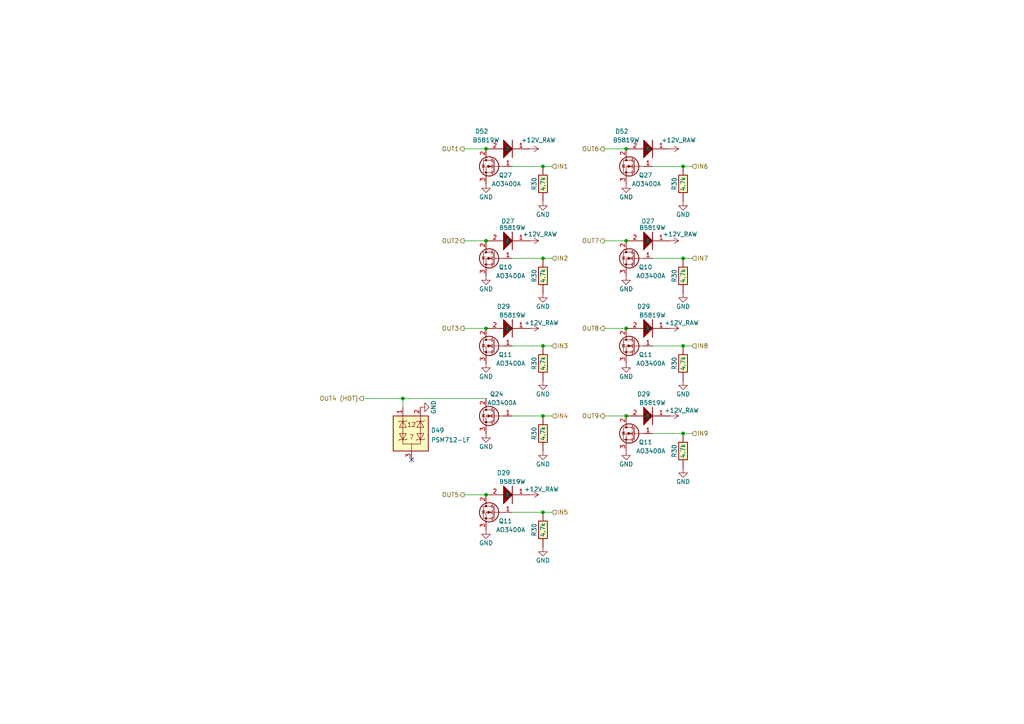
<source format=kicad_sch>
(kicad_sch (version 20230121) (generator eeschema)
  (paper "A4")
  (lib_symbols
    (symbol "hellen-one-common:+12V_RAW" (power) (pin_names (offset 0))
      (property "Value" "+12V_RAW" (at 0 3.556 0))
      (symbol "+12V_RAW_0_1"
        (polyline (pts (xy -0.762 1.27) (xy 0 2.54)))
        (polyline (pts (xy 0 0) (xy 0 2.54)))
        (polyline (pts (xy 0 2.54) (xy 0.762 1.27)))
      )
      (symbol "+12V_RAW_1_1"
        (pin power_in line (at 0 0 90) (length 0) hide (name "+12V_RAW") (number "1"))
      )
    )
    (symbol "hellen-one-common:1N4148WS"
      (property "Reference" "D" (at 0 2.54 0))
      (property "Value" "1N4148WS" (at 0 -3.81 0))
      (symbol "1N4148WS_1_0"
        (polyline (pts (xy 2.54 2.54) (xy 2.54 -2.54)) (stroke (width 0.254)))
        (polyline (pts (xy 0 -2.54) (xy 2.54 0) (xy 0 2.54) (xy 0 -2.54)) (stroke (width 0.254)) (fill (type outline)))
        (pin passive line (at 7.62 0 180) (length 5.08) (name "K") (number "1"))
        (pin passive line (at -5.08 0 0) (length 5.08) (name "A") (number "2"))
      )
    )
    (symbol "hellen-one-common:MOSFET-N" (pin_names hide)
      (property "Reference" "Q" (at 5.08 6.35 0))
      (property "Value" "MOSFET-N" (at 2.54 3.81 0))
      (symbol "MOSFET-N_0_1"
        (polyline (pts (xy 0.254 0) (xy -2.54 0)))
        (polyline (pts (xy 0.254 1.905) (xy 0.254 -1.905)) (stroke (width 0.254)))
        (polyline (pts (xy 0.762 -1.27) (xy 0.762 -2.286)) (stroke (width 0.254)))
        (polyline (pts (xy 0.762 0.508) (xy 0.762 -0.508)) (stroke (width 0.254)))
        (polyline (pts (xy 0.762 2.286) (xy 0.762 1.27)) (stroke (width 0.254)))
        (polyline (pts (xy 2.54 2.54) (xy 2.54 1.778)))
        (polyline (pts (xy 2.54 -2.54) (xy 2.54 0) (xy 0.762 0)))
        (polyline (pts (xy 0.762 -1.778) (xy 3.302 -1.778) (xy 3.302 1.778) (xy 0.762 1.778)))
        (polyline (pts (xy 1.016 0) (xy 2.032 0.381) (xy 2.032 -0.381) (xy 1.016 0)) (fill (type outline)))
        (polyline (pts (xy 2.794 0.508) (xy 2.921 0.381) (xy 3.683 0.381) (xy 3.81 0.254)))
        (polyline (pts (xy 3.302 0.381) (xy 2.921 -0.254) (xy 3.683 -0.254) (xy 3.302 0.381)))
        (circle (center 1.651 0) (radius 2.794) (stroke (width 0.254)))
        (circle (center 2.54 -1.778) (radius 0.254) (fill (type outline)))
        (circle (center 2.54 1.778) (radius 0.254) (fill (type outline)))
      )
      (symbol "MOSFET-N_1_1"
        (pin input line (at -5.08 0 0) (length 2.54) (name "G") (number "1"))
        (pin passive line (at 2.54 5.08 270) (length 2.54) (name "D") (number "2"))
        (pin passive line (at 2.54 -5.08 90) (length 2.54) (name "S") (number "3"))
      )
    )
    (symbol "hellen-one-common:PSM712"
      (property "Reference" "D?" (at 3.302 0.9085 0))
      (property "Value" "PSM712" (at 3.302 -1.8666 0))
      (symbol "PSM712_0_0"
        (text "12" (at -2.286 2.54 0) (effects (font (size 1.27 1.27))))
        (text "7" (at -2.286 -1.016 0) (effects (font (size 1.27 1.27))))
      )
      (symbol "PSM712_0_1"
        (rectangle (start -7.62 5.08) (end 2.54 -5.08) (stroke (width 0.254)) (fill (type background)))
        (polyline (pts (xy -4.826 5.08) (xy -4.826 -3.048) (xy -2.286 -3.048)) (stroke (width 0.1524)))
        (polyline (pts (xy -6.096 3.302) (xy -5.842 3.556) (xy -3.81 3.556) (xy -3.556 3.81)) (stroke (width 0.1524)))
        (polyline (pts (xy -4.826 -1.778) (xy -3.81 0) (xy -5.842 0) (xy -4.826 -1.778)) (stroke (width 0.1524)))
        (polyline (pts (xy -4.826 3.556) (xy -5.842 1.778) (xy -3.81 1.778) (xy -4.826 3.556)) (stroke (width 0.1524)))
        (polyline (pts (xy -3.556 -1.524) (xy -3.81 -1.778) (xy -5.842 -1.778) (xy -6.096 -2.032)) (stroke (width 0.1524)))
        (polyline (pts (xy -1.016 3.302) (xy -0.762 3.556) (xy 1.27 3.556) (xy 1.524 3.81)) (stroke (width 0.1524)))
        (polyline (pts (xy 0.254 -1.778) (xy 1.27 0) (xy -0.762 0) (xy 0.254 -1.778)) (stroke (width 0.1524)))
        (polyline (pts (xy 0.254 3.556) (xy -0.762 1.778) (xy 1.27 1.778) (xy 0.254 3.556)) (stroke (width 0.1524)))
        (polyline (pts (xy 0.254 5.08) (xy 0.254 -3.048) (xy -2.286 -3.048) (xy -2.286 -5.08)) (stroke (width 0.1524)))
        (polyline (pts (xy 1.524 -1.524) (xy 1.27 -1.778) (xy -0.762 -1.778) (xy -1.016 -2.032)) (stroke (width 0.1524)))
      )
      (symbol "PSM712_1_1"
        (pin passive line (at -4.826 7.62 270) (length 2.54) (name "") (number "1"))
        (pin passive line (at 0.254 7.62 270) (length 2.54) (name "") (number "2"))
        (pin passive line (at -2.286 -7.62 90) (length 2.54) (name "") (number "3"))
      )
    )
    (symbol "hellen-one-common:Res" (pin_numbers hide)
      (property "Reference" "R" (at 3.81 2.54 0))
      (property "Value" "Res" (at 5.08 -2.54 0))
      (symbol "Res_1_0"
        (rectangle (start 2.54 -1.27) (end 7.62 1.27) (stroke (width 0.254)) (fill (type background)))
        (pin passive line (at 0 0 0) (length 2.54) (name "") (number "1"))
        (pin passive line (at 10.16 0 180) (length 2.54) (name "") (number "2"))
      )
    )
    (symbol "power:GND" (power) (pin_names (offset 0))
      (property "Value" "GND" (at 0 -3.81 0))
      (symbol "GND_0_1"
        (polyline (pts (xy 0 0) (xy 0 -1.27) (xy 1.27 -1.27) (xy 0 -2.54) (xy -1.27 -1.27) (xy 0 -1.27)))
      )
      (symbol "GND_1_1"
        (pin power_in line (at 0 0 270) (length 0) hide (name "GND") (number "1"))
      )
    )
  )
  (junction (at 116.84 115.57))
  (junction (at 198.12 48.26))
  (junction (at 140.97 43.18))
  (junction (at 198.12 74.93))
  (junction (at 198.12 100.33))
  (junction (at 140.97 143.51))
  (junction (at 157.48 148.59))
  (junction (at 157.48 100.33))
  (junction (at 181.61 95.25))
  (junction (at 181.61 43.18))
  (junction (at 140.97 69.85))
  (junction (at 157.48 74.93))
  (junction (at 181.61 69.85))
  (junction (at 157.48 120.65))
  (junction (at 198.12 125.73))
  (junction (at 181.61 120.65))
  (junction (at 157.48 48.26))
  (junction (at 140.97 95.25))
  (no_connect (at 119.38 133.35))
  (wire (pts (xy 148.59 48.26) (xy 157.48 48.26)))
  (wire (pts (xy 157.48 74.93) (xy 160.02 74.93)))
  (wire (pts (xy 189.23 74.93) (xy 198.12 74.93)))
  (wire (pts (xy 198.12 125.73) (xy 200.66 125.73)))
  (wire (pts (xy 134.62 43.18) (xy 140.97 43.18)))
  (wire (pts (xy 134.62 69.85) (xy 140.97 69.85)))
  (wire (pts (xy 148.59 74.93) (xy 157.48 74.93)))
  (wire (pts (xy 198.12 74.93) (xy 200.66 74.93)))
  (wire (pts (xy 175.26 120.65) (xy 181.61 120.65)))
  (wire (pts (xy 175.26 95.25) (xy 181.61 95.25)))
  (wire (pts (xy 198.12 48.26) (xy 200.66 48.26)))
  (wire (pts (xy 157.48 120.65) (xy 160.02 120.65)))
  (wire (pts (xy 175.26 43.18) (xy 181.61 43.18)))
  (wire (pts (xy 134.62 143.51) (xy 140.97 143.51)))
  (wire (pts (xy 116.84 115.57) (xy 140.97 115.57)))
  (wire (pts (xy 157.48 148.59) (xy 160.02 148.59)))
  (wire (pts (xy 116.84 115.57) (xy 116.84 118.11)))
  (wire (pts (xy 175.26 69.85) (xy 181.61 69.85)))
  (wire (pts (xy 198.12 100.33) (xy 200.66 100.33)))
  (wire (pts (xy 189.23 100.33) (xy 198.12 100.33)))
  (wire (pts (xy 189.23 125.73) (xy 198.12 125.73)))
  (wire (pts (xy 105.41 115.57) (xy 116.84 115.57)))
  (wire (pts (xy 189.23 48.26) (xy 198.12 48.26)))
  (wire (pts (xy 134.62 95.25) (xy 140.97 95.25)))
  (wire (pts (xy 148.59 100.33) (xy 157.48 100.33)))
  (wire (pts (xy 148.59 148.59) (xy 157.48 148.59)))
  (wire (pts (xy 157.48 48.26) (xy 160.02 48.26)))
  (wire (pts (xy 157.48 100.33) (xy 160.02 100.33)))
  (wire (pts (xy 148.59 120.65) (xy 157.48 120.65)))
  (hierarchical_label "OUT1" (shape output) (at 134.62 43.18 180))
  (hierarchical_label "IN5" (shape input) (at 160.02 148.59 0))
  (hierarchical_label "IN3" (shape input) (at 160.02 100.33 0))
  (hierarchical_label "OUT5" (shape output) (at 134.62 143.51 180))
  (hierarchical_label "OUT4 (HOT)" (shape output) (at 105.41 115.57 180))
  (hierarchical_label "IN8" (shape input) (at 200.66 100.33 0))
  (hierarchical_label "OUT8" (shape output) (at 175.26 95.25 180))
  (hierarchical_label "IN9" (shape input) (at 200.66 125.73 0))
  (hierarchical_label "OUT3" (shape output) (at 134.62 95.25 180))
  (hierarchical_label "IN4" (shape input) (at 160.02 120.65 0))
  (hierarchical_label "OUT9" (shape output) (at 175.26 120.65 180))
  (hierarchical_label "IN1" (shape input) (at 160.02 48.26 0))
  (hierarchical_label "OUT6" (shape output) (at 175.26 43.18 180))
  (hierarchical_label "IN7" (shape input) (at 200.66 74.93 0))
  (hierarchical_label "IN6" (shape input) (at 200.66 48.26 0))
  (hierarchical_label "OUT2" (shape output) (at 134.62 69.85 180))
  (hierarchical_label "OUT7" (shape output) (at 175.26 69.85 180))
  (hierarchical_label "IN2" (shape input) (at 160.02 74.93 0))
  (symbol (lib_id "hellen-one-common:MOSFET-N") (at 184.15 74.93 0) (mirror y) (unit 1)
    (property "Reference" "Q10" (at 189.23 77.47 0) (effects (justify left)))
    (property "Value" "AO3400A" (at 193.04 80.01 0) (effects (justify left)))
    (property "Footprint" "hellen-one-common:SOT-23" (effects hide))
    (property "LCSC" " C20917" (effects hide))
    (instances (project "alphax_8ch" (path "" (reference "Q10") (unit 1)) (path "" (reference "Q24") (unit 1))) (project "hellen-112-17" (path "" (reference "Q11") (unit 1))))
  )
  (symbol (lib_id "hellen-one-common:1N4148WS") (at 186.69 95.25 0) (unit 1)
    (property "Reference" "D29" (at 186.69 88.9 0))
    (property "Value" "B5819W" (at 189.23 91.44 0))
    (property "Footprint" "hellen-one-common:SOD-123" (effects hide))
    (property "LCSC" "C8598" (effects hide))
    (instances (project "alphax_8ch" (path "" (reference "D29") (unit 1)) (path "" (reference "D92") (unit 1))) (project "hellen-112-17" (path "" (reference "D8") (unit 1))))
  )
  (symbol (lib_id "hellen-one-common:Res") (at 157.48 148.59 90) (mirror x) (unit 1)
    (property "Reference" "R30" (at 154.94 153.67 0))
    (property "Value" "4.7k" (at 157.48 153.67 0))
    (property "Footprint" "hellen-one-common:R0603" (effects hide))
    (property "LCSC" "C23162" (effects hide))
    (instances (project "alphax_8ch" (path "" (reference "R30") (unit 1)) (path "" (reference "R69") (unit 1))) (project "hellen-112-17" (path "" (reference "R37") (unit 1))))
  )
  (symbol (lib_id "power:GND") (at 198.12 110.49 0) (unit 1)
    (property "Reference" "#PWR035" (effects hide))
    (property "Value" "GND" (at 198.12 114.3 0))
    (instances (project "alphax_8ch" (path "" (reference "#PWR035") (unit 1)) (path "" (reference "#PWR0164") (unit 1))) (project "hellen-112-17" (path "" (reference "#PWR0193") (unit 1))))
  )
  (symbol (lib_id "hellen-one-common:+12V_RAW") (at 153.67 143.51 270) (mirror x) (unit 1)
    (property "Reference" "#PWR069" (effects hide))
    (property "Value" "+12V_RAW" (at 152.005 141.9091 90) (effects (justify left)))
    (instances (project "alphax_8ch" (path "" (reference "#PWR069") (unit 1)) (path "" (reference "#PWR0161") (unit 1))) (project "hellen-112-17" (path "" (reference "#PWR083") (unit 1))))
  )
  (symbol (lib_id "hellen-one-common:Res") (at 157.48 100.33 90) (mirror x) (unit 1)
    (property "Reference" "R30" (at 154.94 105.41 0))
    (property "Value" "4.7k" (at 157.48 105.41 0))
    (property "Footprint" "hellen-one-common:R0603" (effects hide))
    (property "LCSC" "C23162" (effects hide))
    (instances (project "alphax_8ch" (path "" (reference "R30") (unit 1)) (path "" (reference "R67") (unit 1))) (project "hellen-112-17" (path "" (reference "R35") (unit 1))))
  )
  (symbol (lib_id "power:GND") (at 198.12 58.42 0) (unit 1)
    (property "Reference" "#PWR035" (effects hide))
    (property "Value" "GND" (at 198.12 62.23 0))
    (instances (project "alphax_8ch" (path "" (reference "#PWR035") (unit 1)) (path "" (reference "#PWR0162") (unit 1))) (project "hellen-112-17" (path "" (reference "#PWR0196") (unit 1))))
  )
  (symbol (lib_id "power:GND") (at 121.92 118.11 90) (mirror x) (unit 1)
    (property "Reference" "#PWR0140" (effects hide))
    (property "Value" "GND" (at 125.73 118.11 0))
    (instances (project "alphax_8ch" (path "" (reference "#PWR0140") (unit 1)) (path "" (reference "#PWR0152") (unit 1))) (project "hellen-112-17" (path "" (reference "#PWR0183") (unit 1))))
  )
  (symbol (lib_id "hellen-one-common:1N4148WS") (at 146.05 69.85 0) (unit 1)
    (property "Reference" "D27" (at 147.32 64.135 0))
    (property "Value" "B5819W" (at 148.59 66.04 0))
    (property "Footprint" "hellen-one-common:SOD-123" (effects hide))
    (property "LCSC" "C8598" (effects hide))
    (instances (project "alphax_8ch" (path "" (reference "D27") (unit 1)) (path "" (reference "D91") (unit 1))) (project "hellen-112-17" (path "" (reference "D3") (unit 1))))
  )
  (symbol (lib_id "power:GND") (at 181.61 105.41 0) (mirror y) (unit 1)
    (property "Reference" "#PWR053" (effects hide))
    (property "Value" "GND" (at 181.61 109.22 0))
    (instances (project "alphax_8ch" (path "" (reference "#PWR053") (unit 1)) (path "" (reference "#PWR0155") (unit 1))) (project "hellen-112-17" (path "" (reference "#PWR0195") (unit 1))))
  )
  (symbol (lib_id "power:GND") (at 157.48 58.42 0) (unit 1)
    (property "Reference" "#PWR035" (effects hide))
    (property "Value" "GND" (at 157.48 62.23 0))
    (instances (project "alphax_8ch" (path "" (reference "#PWR035") (unit 1)) (path "" (reference "#PWR0162") (unit 1))) (project "hellen-112-17" (path "" (reference "#PWR0197") (unit 1))))
  )
  (symbol (lib_id "power:GND") (at 140.97 53.34 0) (mirror y) (unit 1)
    (property "Reference" "#PWR0122" (effects hide))
    (property "Value" "GND" (at 140.97 57.15 0))
    (instances (project "alphax_8ch" (path "" (reference "#PWR0122") (unit 1)) (path "" (reference "#PWR0153") (unit 1))) (project "hellen-112-17" (path "" (reference "#PWR0198") (unit 1))))
  )
  (symbol (lib_id "hellen-one-common:Res") (at 157.48 48.26 90) (mirror x) (unit 1)
    (property "Reference" "R30" (at 154.94 53.34 0))
    (property "Value" "4.7k" (at 157.48 53.34 0))
    (property "Footprint" "hellen-one-common:R0603" (effects hide))
    (property "LCSC" "C23162" (effects hide))
    (instances (project "alphax_8ch" (path "" (reference "R30") (unit 1)) (path "" (reference "R65") (unit 1))) (project "hellen-112-17" (path "" (reference "R33") (unit 1))))
  )
  (symbol (lib_id "hellen-one-common:Res") (at 157.48 74.93 90) (mirror x) (unit 1)
    (property "Reference" "R30" (at 154.94 80.01 0))
    (property "Value" "4.7k" (at 157.48 80.01 0))
    (property "Footprint" "hellen-one-common:R0603" (effects hide))
    (property "LCSC" "C23162" (effects hide))
    (instances (project "alphax_8ch" (path "" (reference "R30") (unit 1)) (path "" (reference "R66") (unit 1))) (project "hellen-112-17" (path "" (reference "R34") (unit 1))))
  )
  (symbol (lib_id "power:GND") (at 140.97 80.01 0) (mirror y) (unit 1)
    (property "Reference" "#PWR042" (effects hide))
    (property "Value" "GND" (at 140.97 83.82 0))
    (instances (project "alphax_8ch" (path "" (reference "#PWR042") (unit 1)) (path "" (reference "#PWR0154") (unit 1))) (project "hellen-112-17" (path "" (reference "#PWR0199") (unit 1))))
  )
  (symbol (lib_id "power:GND") (at 198.12 85.09 0) (unit 1)
    (property "Reference" "#PWR035" (effects hide))
    (property "Value" "GND" (at 198.12 88.9 0))
    (instances (project "alphax_8ch" (path "" (reference "#PWR035") (unit 1)) (path "" (reference "#PWR0163") (unit 1))) (project "hellen-112-17" (path "" (reference "#PWR0190") (unit 1))))
  )
  (symbol (lib_id "hellen-one-common:Res") (at 198.12 74.93 90) (mirror x) (unit 1)
    (property "Reference" "R30" (at 195.58 80.01 0))
    (property "Value" "4.7k" (at 198.12 80.01 0))
    (property "Footprint" "hellen-one-common:R0603" (effects hide))
    (property "LCSC" "C23162" (effects hide))
    (instances (project "alphax_8ch" (path "" (reference "R30") (unit 1)) (path "" (reference "R66") (unit 1))) (project "hellen-112-17" (path "" (reference "R39") (unit 1))))
  )
  (symbol (lib_id "hellen-one-common:1N4148WS") (at 146.05 95.25 0) (unit 1)
    (property "Reference" "D29" (at 146.05 88.9 0))
    (property "Value" "B5819W" (at 148.59 91.44 0))
    (property "Footprint" "hellen-one-common:SOD-123" (effects hide))
    (property "LCSC" "C8598" (effects hide))
    (instances (project "alphax_8ch" (path "" (reference "D29") (unit 1)) (path "" (reference "D92") (unit 1))) (project "hellen-112-17" (path "" (reference "D4") (unit 1))))
  )
  (symbol (lib_id "hellen-one-common:+12V_RAW") (at 194.31 95.25 270) (mirror x) (unit 1)
    (property "Reference" "#PWR069" (effects hide))
    (property "Value" "+12V_RAW" (at 192.645 93.6491 90) (effects (justify left)))
    (instances (project "alphax_8ch" (path "" (reference "#PWR069") (unit 1)) (path "" (reference "#PWR0160") (unit 1))) (project "hellen-112-17" (path "" (reference "#PWR095") (unit 1))))
  )
  (symbol (lib_id "hellen-one-common:+12V_RAW") (at 194.31 43.18 270) (mirror x) (unit 1)
    (property "Reference" "#PWR0121" (effects hide))
    (property "Value" "+12V_RAW" (at 191.77 40.64 90) (effects (justify left)))
    (instances (project "alphax_8ch" (path "" (reference "#PWR0121") (unit 1)) (path "" (reference "#PWR0158") (unit 1))) (project "hellen-112-17" (path "" (reference "#PWR093") (unit 1))))
  )
  (symbol (lib_id "hellen-one-common:1N4148WS") (at 186.69 69.85 0) (unit 1)
    (property "Reference" "D27" (at 187.96 64.135 0))
    (property "Value" "B5819W" (at 189.23 66.04 0))
    (property "Footprint" "hellen-one-common:SOD-123" (effects hide))
    (property "LCSC" "C8598" (effects hide))
    (instances (project "alphax_8ch" (path "" (reference "D27") (unit 1)) (path "" (reference "D91") (unit 1))) (project "hellen-112-17" (path "" (reference "D7") (unit 1))))
  )
  (symbol (lib_id "hellen-one-common:Res") (at 198.12 125.73 90) (mirror x) (unit 1)
    (property "Reference" "R30" (at 195.58 130.81 0))
    (property "Value" "4.7k" (at 198.12 130.81 0))
    (property "Footprint" "hellen-one-common:R0603" (effects hide))
    (property "LCSC" "C23162" (effects hide))
    (instances (project "alphax_8ch" (path "" (reference "R30") (unit 1)) (path "" (reference "R67") (unit 1))) (project "hellen-112-17" (path "" (reference "R41") (unit 1))))
  )
  (symbol (lib_id "power:GND") (at 140.97 153.67 0) (mirror y) (unit 1)
    (property "Reference" "#PWR053" (effects hide))
    (property "Value" "GND" (at 140.97 157.48 0))
    (instances (project "alphax_8ch" (path "" (reference "#PWR053") (unit 1)) (path "" (reference "#PWR0157") (unit 1))) (project "hellen-112-17" (path "" (reference "#PWR0188") (unit 1))))
  )
  (symbol (lib_id "hellen-one-common:+12V_RAW") (at 194.31 69.85 270) (mirror x) (unit 1)
    (property "Reference" "#PWR049" (effects hide))
    (property "Value" "+12V_RAW" (at 192.2022 67.9384 90) (effects (justify left)))
    (instances (project "alphax_8ch" (path "" (reference "#PWR049") (unit 1)) (path "" (reference "#PWR0159") (unit 1))) (project "hellen-112-17" (path "" (reference "#PWR094") (unit 1))))
  )
  (symbol (lib_id "hellen-one-common:MOSFET-N") (at 143.51 74.93 0) (mirror y) (unit 1)
    (property "Reference" "Q10" (at 148.59 77.47 0) (effects (justify left)))
    (property "Value" "AO3400A" (at 152.4 80.01 0) (effects (justify left)))
    (property "Footprint" "hellen-one-common:SOT-23" (effects hide))
    (property "LCSC" " C20917" (effects hide))
    (instances (project "alphax_8ch" (path "" (reference "Q10") (unit 1)) (path "" (reference "Q24") (unit 1))) (project "hellen-112-17" (path "" (reference "Q6") (unit 1))))
  )
  (symbol (lib_id "power:GND") (at 140.97 125.73 0) (mirror y) (unit 1)
    (property "Reference" "#PWR0123" (effects hide))
    (property "Value" "GND" (at 140.97 129.54 0))
    (instances (project "alphax_8ch" (path "" (reference "#PWR0123") (unit 1)) (path "" (reference "#PWR0156") (unit 1))) (project "hellen-112-17" (path "" (reference "#PWR0185") (unit 1))))
  )
  (symbol (lib_id "power:GND") (at 157.48 158.75 0) (unit 1)
    (property "Reference" "#PWR035" (effects hide))
    (property "Value" "GND" (at 157.48 162.56 0))
    (instances (project "alphax_8ch" (path "" (reference "#PWR035") (unit 1)) (path "" (reference "#PWR0166") (unit 1))) (project "hellen-112-17" (path "" (reference "#PWR0187") (unit 1))))
  )
  (symbol (lib_id "hellen-one-common:1N4148WS") (at 186.69 43.18 0) (unit 1)
    (property "Reference" "D52" (at 180.34 38.1 0))
    (property "Value" "B5819W" (at 181.61 40.64 0))
    (property "Footprint" "hellen-one-common:SOD-123" (effects hide))
    (property "LCSC" "C8598" (effects hide))
    (instances (project "alphax_8ch" (path "" (reference "D52") (unit 1)) (path "" (reference "D90") (unit 1))) (project "hellen-112-17" (path "" (reference "D6") (unit 1))))
  )
  (symbol (lib_id "hellen-one-common:MOSFET-N") (at 143.51 48.26 0) (mirror y) (unit 1)
    (property "Reference" "Q27" (at 148.59 50.8 0) (effects (justify left)))
    (property "Value" "AO3400A" (at 151.13 53.34 0) (effects (justify left)))
    (property "Footprint" "hellen-one-common:SOT-23" (effects hide))
    (property "LCSC" " C20917" (effects hide))
    (instances (project "alphax_8ch" (path "" (reference "Q27") (unit 1)) (path "" (reference "Q23") (unit 1))) (project "hellen-112-17" (path "" (reference "Q5") (unit 1))))
  )
  (symbol (lib_id "hellen-one-common:+12V_RAW") (at 194.31 120.65 270) (mirror x) (unit 1)
    (property "Reference" "#PWR069" (effects hide))
    (property "Value" "+12V_RAW" (at 192.645 119.0491 90) (effects (justify left)))
    (instances (project "alphax_8ch" (path "" (reference "#PWR069") (unit 1)) (path "" (reference "#PWR0160") (unit 1))) (project "hellen-112-17" (path "" (reference "#PWR096") (unit 1))))
  )
  (symbol (lib_id "power:GND") (at 157.48 110.49 0) (unit 1)
    (property "Reference" "#PWR035" (effects hide))
    (property "Value" "GND" (at 157.48 114.3 0))
    (instances (project "alphax_8ch" (path "" (reference "#PWR035") (unit 1)) (path "" (reference "#PWR0164") (unit 1))) (project "hellen-112-17" (path "" (reference "#PWR0189") (unit 1))))
  )
  (symbol (lib_id "hellen-one-common:MOSFET-N") (at 143.51 120.65 0) (mirror y) (unit 1)
    (property "Reference" "Q24" (at 146.05 114.3 0) (effects (justify left)))
    (property "Value" "AO3400A" (at 149.86 116.84 0) (effects (justify left)))
    (property "Footprint" "hellen-one-common:SOT-23" (effects hide))
    (property "LCSC" " C20917" (effects hide))
    (instances (project "alphax_8ch" (path "" (reference "Q24") (unit 1)) (path "" (reference "Q26") (unit 1))) (project "hellen-112-17" (path "" (reference "Q8") (unit 1))))
  )
  (symbol (lib_id "hellen-one-common:1N4148WS") (at 146.05 43.18 0) (unit 1)
    (property "Reference" "D52" (at 139.7 38.1 0))
    (property "Value" "B5819W" (at 140.97 40.64 0))
    (property "Footprint" "hellen-one-common:SOD-123" (effects hide))
    (property "LCSC" "C8598" (effects hide))
    (instances (project "alphax_8ch" (path "" (reference "D52") (unit 1)) (path "" (reference "D90") (unit 1))) (project "hellen-112-17" (path "" (reference "D2") (unit 1))))
  )
  (symbol (lib_id "hellen-one-common:1N4148WS") (at 186.69 120.65 0) (unit 1)
    (property "Reference" "D29" (at 186.69 114.3 0))
    (property "Value" "B5819W" (at 189.23 116.84 0))
    (property "Footprint" "hellen-one-common:SOD-123" (effects hide))
    (property "LCSC" "C8598" (effects hide))
    (instances (project "alphax_8ch" (path "" (reference "D29") (unit 1)) (path "" (reference "D92") (unit 1))) (project "hellen-112-17" (path "" (reference "D9") (unit 1))))
  )
  (symbol (lib_id "power:GND") (at 157.48 85.09 0) (unit 1)
    (property "Reference" "#PWR035" (effects hide))
    (property "Value" "GND" (at 157.48 88.9 0))
    (instances (project "alphax_8ch" (path "" (reference "#PWR035") (unit 1)) (path "" (reference "#PWR0163") (unit 1))) (project "hellen-112-17" (path "" (reference "#PWR0200") (unit 1))))
  )
  (symbol (lib_id "hellen-one-common:PSM712") (at 121.666 125.73 0) (unit 1)
    (property "Reference" "D49" (at 124.968 124.8215 0) (effects (justify left)))
    (property "Value" "PSM712-LF" (at 124.968 127.5966 0) (effects (justify left)))
    (property "Footprint" "hellen-one-common:SOT-23" (effects hide))
    (property "Datasheet" "https://datasheet.lcsc.com/lcsc/1811061632_ProTek-Devices-PSM712-LF-T7_C32677.pdf" (effects hide))
    (property "LCSC" "C32677" (effects hide))
    (instances (project "alphax_8ch" (path "" (reference "D49") (unit 1)) (path "" (reference "D82") (unit 1))) (project "hellen-112-17" (path "" (reference "D1") (unit 1))))
  )
  (symbol (lib_id "hellen-one-common:+12V_RAW") (at 153.67 95.25 270) (mirror x) (unit 1)
    (property "Reference" "#PWR069" (effects hide))
    (property "Value" "+12V_RAW" (at 152.005 93.6491 90) (effects (justify left)))
    (instances (project "alphax_8ch" (path "" (reference "#PWR069") (unit 1)) (path "" (reference "#PWR0160") (unit 1))) (project "hellen-112-17" (path "" (reference "#PWR082") (unit 1))))
  )
  (symbol (lib_id "hellen-one-common:Res") (at 198.12 48.26 90) (mirror x) (unit 1)
    (property "Reference" "R30" (at 195.58 53.34 0))
    (property "Value" "4.7k" (at 198.12 53.34 0))
    (property "Footprint" "hellen-one-common:R0603" (effects hide))
    (property "LCSC" "C23162" (effects hide))
    (instances (project "alphax_8ch" (path "" (reference "R30") (unit 1)) (path "" (reference "R65") (unit 1))) (project "hellen-112-17" (path "" (reference "R38") (unit 1))))
  )
  (symbol (lib_id "hellen-one-common:MOSFET-N") (at 143.51 148.59 0) (mirror y) (unit 1)
    (property "Reference" "Q11" (at 148.59 151.13 0) (effects (justify left)))
    (property "Value" "AO3400A" (at 152.4 153.67 0) (effects (justify left)))
    (property "Footprint" "hellen-one-common:SOT-23" (effects hide))
    (property "LCSC" " C20917" (effects hide))
    (instances (project "alphax_8ch" (path "" (reference "Q11") (unit 1)) (path "" (reference "Q27") (unit 1))) (project "hellen-112-17" (path "" (reference "Q9") (unit 1))))
  )
  (symbol (lib_id "power:GND") (at 140.97 105.41 0) (mirror y) (unit 1)
    (property "Reference" "#PWR053" (effects hide))
    (property "Value" "GND" (at 140.97 109.22 0))
    (instances (project "alphax_8ch" (path "" (reference "#PWR053") (unit 1)) (path "" (reference "#PWR0155") (unit 1))) (project "hellen-112-17" (path "" (reference "#PWR0184") (unit 1))))
  )
  (symbol (lib_id "power:GND") (at 157.48 130.81 0) (unit 1)
    (property "Reference" "#PWR035" (effects hide))
    (property "Value" "GND" (at 157.48 134.62 0))
    (instances (project "alphax_8ch" (path "" (reference "#PWR035") (unit 1)) (path "" (reference "#PWR0165") (unit 1))) (project "hellen-112-17" (path "" (reference "#PWR0186") (unit 1))))
  )
  (symbol (lib_id "hellen-one-common:1N4148WS") (at 146.05 143.51 0) (unit 1)
    (property "Reference" "D29" (at 146.05 137.16 0))
    (property "Value" "B5819W" (at 148.59 139.7 0))
    (property "Footprint" "hellen-one-common:SOD-123" (effects hide))
    (property "LCSC" "C8598" (effects hide))
    (instances (project "alphax_8ch" (path "" (reference "D29") (unit 1)) (path "" (reference "D93") (unit 1))) (project "hellen-112-17" (path "" (reference "D5") (unit 1))))
  )
  (symbol (lib_id "hellen-one-common:Res") (at 198.12 100.33 90) (mirror x) (unit 1)
    (property "Reference" "R30" (at 195.58 105.41 0))
    (property "Value" "4.7k" (at 198.12 105.41 0))
    (property "Footprint" "hellen-one-common:R0603" (effects hide))
    (property "LCSC" "C23162" (effects hide))
    (instances (project "alphax_8ch" (path "" (reference "R30") (unit 1)) (path "" (reference "R67") (unit 1))) (project "hellen-112-17" (path "" (reference "R40") (unit 1))))
  )
  (symbol (lib_id "hellen-one-common:MOSFET-N") (at 184.15 125.73 0) (mirror y) (unit 1)
    (property "Reference" "Q11" (at 189.23 128.27 0) (effects (justify left)))
    (property "Value" "AO3400A" (at 193.04 130.81 0) (effects (justify left)))
    (property "Footprint" "hellen-one-common:SOT-23" (effects hide))
    (property "LCSC" " C20917" (effects hide))
    (instances (project "alphax_8ch" (path "" (reference "Q11") (unit 1)) (path "" (reference "Q25") (unit 1))) (project "hellen-112-17" (path "" (reference "Q13") (unit 1))))
  )
  (symbol (lib_id "hellen-one-common:MOSFET-N") (at 184.15 100.33 0) (mirror y) (unit 1)
    (property "Reference" "Q11" (at 189.23 102.87 0) (effects (justify left)))
    (property "Value" "AO3400A" (at 193.04 105.41 0) (effects (justify left)))
    (property "Footprint" "hellen-one-common:SOT-23" (effects hide))
    (property "LCSC" " C20917" (effects hide))
    (instances (project "alphax_8ch" (path "" (reference "Q11") (unit 1)) (path "" (reference "Q25") (unit 1))) (project "hellen-112-17" (path "" (reference "Q12") (unit 1))))
  )
  (symbol (lib_id "hellen-one-common:MOSFET-N") (at 143.51 100.33 0) (mirror y) (unit 1)
    (property "Reference" "Q11" (at 148.59 102.87 0) (effects (justify left)))
    (property "Value" "AO3400A" (at 152.4 105.41 0) (effects (justify left)))
    (property "Footprint" "hellen-one-common:SOT-23" (effects hide))
    (property "LCSC" " C20917" (effects hide))
    (instances (project "alphax_8ch" (path "" (reference "Q11") (unit 1)) (path "" (reference "Q25") (unit 1))) (project "hellen-112-17" (path "" (reference "Q7") (unit 1))))
  )
  (symbol (lib_id "power:GND") (at 181.61 80.01 0) (mirror y) (unit 1)
    (property "Reference" "#PWR042" (effects hide))
    (property "Value" "GND" (at 181.61 83.82 0))
    (instances (project "alphax_8ch" (path "" (reference "#PWR042") (unit 1)) (path "" (reference "#PWR0154") (unit 1))) (project "hellen-112-17" (path "" (reference "#PWR0191") (unit 1))))
  )
  (symbol (lib_id "hellen-one-common:MOSFET-N") (at 184.15 48.26 0) (mirror y) (unit 1)
    (property "Reference" "Q27" (at 189.23 50.8 0) (effects (justify left)))
    (property "Value" "AO3400A" (at 191.77 53.34 0) (effects (justify left)))
    (property "Footprint" "hellen-one-common:SOT-23" (effects hide))
    (property "LCSC" " C20917" (effects hide))
    (instances (project "alphax_8ch" (path "" (reference "Q27") (unit 1)) (path "" (reference "Q23") (unit 1))) (project "hellen-112-17" (path "" (reference "Q10") (unit 1))))
  )
  (symbol (lib_id "power:GND") (at 181.61 130.81 0) (mirror y) (unit 1)
    (property "Reference" "#PWR053" (effects hide))
    (property "Value" "GND" (at 181.61 134.62 0))
    (instances (project "alphax_8ch" (path "" (reference "#PWR053") (unit 1)) (path "" (reference "#PWR0155") (unit 1))) (project "hellen-112-17" (path "" (reference "#PWR0194") (unit 1))))
  )
  (symbol (lib_id "hellen-one-common:+12V_RAW") (at 153.67 43.18 270) (mirror x) (unit 1)
    (property "Reference" "#PWR0121" (effects hide))
    (property "Value" "+12V_RAW" (at 151.13 40.64 90) (effects (justify left)))
    (instances (project "alphax_8ch" (path "" (reference "#PWR0121") (unit 1)) (path "" (reference "#PWR0158") (unit 1))) (project "hellen-112-17" (path "" (reference "#PWR080") (unit 1))))
  )
  (symbol (lib_id "hellen-one-common:Res") (at 157.48 120.65 90) (mirror x) (unit 1)
    (property "Reference" "R30" (at 154.94 125.73 0))
    (property "Value" "4.7k" (at 157.48 125.73 0))
    (property "Footprint" "hellen-one-common:R0603" (effects hide))
    (property "LCSC" "C23162" (effects hide))
    (instances (project "alphax_8ch" (path "" (reference "R30") (unit 1)) (path "" (reference "R68") (unit 1))) (project "hellen-112-17" (path "" (reference "R36") (unit 1))))
  )
  (symbol (lib_id "hellen-one-common:+12V_RAW") (at 153.67 69.85 270) (mirror x) (unit 1)
    (property "Reference" "#PWR049" (effects hide))
    (property "Value" "+12V_RAW" (at 151.5622 67.9384 90) (effects (justify left)))
    (instances (project "alphax_8ch" (path "" (reference "#PWR049") (unit 1)) (path "" (reference "#PWR0159") (unit 1))) (project "hellen-112-17" (path "" (reference "#PWR081") (unit 1))))
  )
  (symbol (lib_id "power:GND") (at 181.61 53.34 0) (mirror y) (unit 1)
    (property "Reference" "#PWR0122" (effects hide))
    (property "Value" "GND" (at 181.61 57.15 0))
    (instances (project "alphax_8ch" (path "" (reference "#PWR0122") (unit 1)) (path "" (reference "#PWR0153") (unit 1))) (project "hellen-112-17" (path "" (reference "#PWR0201") (unit 1))))
  )
  (symbol (lib_id "power:GND") (at 198.12 135.89 0) (unit 1)
    (property "Reference" "#PWR035" (effects hide))
    (property "Value" "GND" (at 198.12 139.7 0))
    (instances (project "alphax_8ch" (path "" (reference "#PWR035") (unit 1)) (path "" (reference "#PWR0164") (unit 1))) (project "hellen-112-17" (path "" (reference "#PWR0192") (unit 1))))
  )
)
</source>
